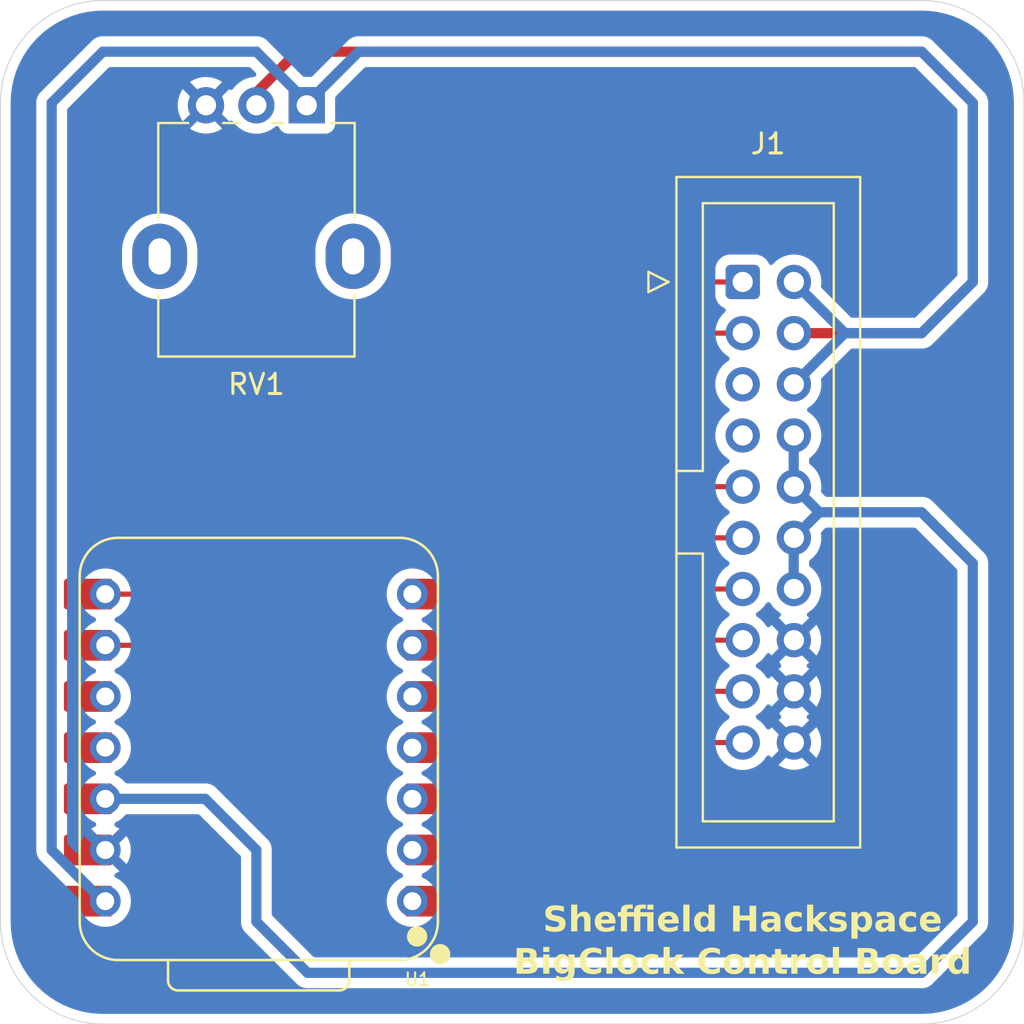
<source format=kicad_pcb>
(kicad_pcb (version 20241229) (generator "pcbnew") (generator_version "9.0")
  (layers (0 "F.Cu" signal) (2 "B.Cu" signal) (13 "F.Paste" user) (15 "B.Paste" user) (5 "F.SilkS" user "F.Silkscreen") (7 "B.SilkS" user "B.Silkscreen") (1 "F.Mask" user) (3 "B.Mask" user) (25 "Edge.Cuts" user))
  (net 0 "")
  (net 1 "/Board 0 DATA CLK")
  (net 2 "/Board 1 DATA CLK")
  (net 3 "GND")
  (net 4 "+3V3")
  (net 5 "/Board 1 LATCH")
  (net 6 "/Board 0 CLK")
  (net 7 "/Board 1 DATA IN")
  (net 8 "+5V")
  (net 9 "/Board 1 CLK")
  (net 10 "/Board 0 LATCH")
  (net 11 "/Board 0 DATA IN")
  (net 12 "/Contrast")
  (footprint "Connector_IDC:IDC-Header_2x10_P2.54mm_Vertical" (layer "F.Cu") (at 87.6395 64.77)
    (property "Reference" "J1" (at 1.2605 -6.858 0) (layer "F.SilkS"))
    (property "Value" "Conn_02x10_Odd_Even" (hide yes))
    (fp_line (start -4.68 -0.5) (end -4.68 0.5) (stroke (width 0.12)) (layer "F.SilkS"))
    (fp_line (start -4.68 0.5) (end -3.68 0) (stroke (width 0.12)) (layer "F.SilkS"))
    (fp_line (start -3.68 0) (end -4.68 -0.5) (stroke (width 0.12)) (layer "F.SilkS"))
    (fp_line (start -3.29 -5.21) (end 5.83 -5.21) (stroke (width 0.12)) (layer "F.SilkS"))
    (fp_line (start -3.29 9.38) (end -1.98 9.38) (stroke (width 0.12)) (layer "F.SilkS"))
    (fp_line (start -3.29 28.07) (end -3.29 -5.21) (stroke (width 0.12)) (layer "F.SilkS"))
    (fp_line (start -1.98 -3.91) (end 4.52 -3.91) (stroke (width 0.12)) (layer "F.SilkS"))
    (fp_line (start -1.98 9.38) (end -1.98 -3.91) (stroke (width 0.12)) (layer "F.SilkS"))
    (fp_line (start -1.98 13.48) (end -3.29 13.48) (stroke (width 0.12)) (layer "F.SilkS"))
    (fp_line (start -1.98 26.77) (end -1.98 13.48) (stroke (width 0.12)) (layer "F.SilkS"))
    (fp_line (start 4.52 -3.91) (end 4.52 26.77) (stroke (width 0.12)) (layer "F.SilkS"))
    (fp_line (start 4.52 26.77) (end -1.98 26.77) (stroke (width 0.12)) (layer "F.SilkS"))
    (fp_line (start 5.83 -5.21) (end 5.83 28.07) (stroke (width 0.12)) (layer "F.SilkS"))
    (fp_line (start 5.83 28.07) (end -3.29 28.07) (stroke (width 0.12)) (layer "F.SilkS"))
    (pad "1" thru_hole roundrect (at 0 0) (size 1.7 1.7) (drill 1) (layers "*.Cu" "*.Mask") (roundrect_rratio 0.147059) (net 6 "/Board 0 CLK"))
    (pad "2" thru_hole circle (at 2.54 0) (size 1.7 1.7) (drill 1) (layers "*.Cu" "*.Mask") (net 8 "+5V"))
    (pad "3" thru_hole circle (at 0 2.54) (size 1.7 1.7) (drill 1) (layers "*.Cu" "*.Mask") (net 9 "/Board 1 CLK"))
    (pad "4" thru_hole circle (at 2.54 2.54) (size 1.7 1.7) (drill 1) (layers "*.Cu" "*.Mask") (net 12 "/Contrast"))
    (pad "5" thru_hole circle (at 0 5.08) (size 1.7 1.7) (drill 1) (layers "*.Cu" "*.Mask"))
    (pad "6" thru_hole circle (at 2.54 5.08) (size 1.7 1.7) (drill 1) (layers "*.Cu" "*.Mask") (net 8 "+5V"))
    (pad "7" thru_hole circle (at 0 7.62) (size 1.7 1.7) (drill 1) (layers "*.Cu" "*.Mask"))
    (pad "8" thru_hole circle (at 2.54 7.62) (size 1.7 1.7) (drill 1) (layers "*.Cu" "*.Mask") (net 4 "+3V3"))
    (pad "9" thru_hole circle (at 0 10.16) (size 1.7 1.7) (drill 1) (layers "*.Cu" "*.Mask") (net 10 "/Board 0 LATCH"))
    (pad "10" thru_hole circle (at 2.54 10.16) (size 1.7 1.7) (drill 1) (layers "*.Cu" "*.Mask") (net 4 "+3V3"))
    (pad "11" thru_hole circle (at 0 12.7) (size 1.7 1.7) (drill 1) (layers "*.Cu" "*.Mask") (net 5 "/Board 1 LATCH"))
    (pad "12" thru_hole circle (at 2.54 12.7) (size 1.7 1.7) (drill 1) (layers "*.Cu" "*.Mask") (net 4 "+3V3"))
    (pad "13" thru_hole circle (at 0 15.24) (size 1.7 1.7) (drill 1) (layers "*.Cu" "*.Mask") (net 11 "/Board 0 DATA IN"))
    (pad "14" thru_hole circle (at 2.54 15.24) (size 1.7 1.7) (drill 1) (layers "*.Cu" "*.Mask") (net 4 "+3V3"))
    (pad "15" thru_hole circle (at 0 17.78) (size 1.7 1.7) (drill 1) (layers "*.Cu" "*.Mask") (net 7 "/Board 1 DATA IN"))
    (pad "16" thru_hole circle (at 2.54 17.78) (size 1.7 1.7) (drill 1) (layers "*.Cu" "*.Mask") (net 3 "GND"))
    (pad "17" thru_hole circle (at 0 20.32) (size 1.7 1.7) (drill 1) (layers "*.Cu" "*.Mask") (net 1 "/Board 0 DATA CLK"))
    (pad "18" thru_hole circle (at 2.54 20.32) (size 1.7 1.7) (drill 1) (layers "*.Cu" "*.Mask") (net 3 "GND"))
    (pad "19" thru_hole circle (at 0 22.86) (size 1.7 1.7) (drill 1) (layers "*.Cu" "*.Mask") (net 2 "/Board 1 DATA CLK"))
    (pad "20" thru_hole circle (at 2.54 22.86) (size 1.7 1.7) (drill 1) (layers "*.Cu" "*.Mask") (net 3 "GND"))
  )
  (footprint "kicad-footprints:Potentiometer_Taiwan_Alpha_9mm_Vertical" (layer "F.Cu") (at 63.5 63.5 -90)
    (property "Reference" "RV1" (at 6.35 0 0) (layer "F.SilkS"))
    (property "Value" "R_Potentiometer" (hide yes))
    (fp_line (start -6.62 4.87) (end -1.9 4.87) (stroke (width 0.12)) (layer "F.SilkS"))
    (fp_line (start -6.62 4.87) (end -6.62 3.38) (stroke (width 0.12)) (layer "F.SilkS"))
    (fp_line (start 1.91 4.87) (end 4.97 4.87) (stroke (width 0.12)) (layer "F.SilkS"))
    (fp_line (start 4.97 4.87) (end 4.97 -4.87) (stroke (width 0.12)) (layer "F.SilkS"))
    (fp_line (start -6.62 1.66) (end -6.62 0.83) (stroke (width 0.12)) (layer "F.SilkS"))
    (fp_line (start -6.62 -0.79) (end -6.62 -1.32) (stroke (width 0.12)) (layer "F.SilkS"))
    (fp_line (start -6.62 -3.69) (end -6.62 -4.87) (stroke (width 0.12)) (layer "F.SilkS"))
    (fp_line (start 1.91 -4.87) (end 4.97 -4.87) (stroke (width 0.12)) (layer "F.SilkS"))
    (fp_line (start -6.62 -4.88) (end -1.9 -4.88) (stroke (width 0.12)) (layer "F.SilkS"))
    (pad "" thru_hole oval (at 0 -4.8) (size 2.72 3.24) (drill oval 1.1 1.8) (layers "*.Cu" "*.Mask"))
    (pad "" thru_hole oval (at 0 4.8) (size 2.72 3.24) (drill oval 1.1 1.8) (layers "*.Cu" "*.Mask"))
    (pad "1" thru_hole rect (at -7.5 -2.5) (size 1.8 1.8) (drill 1) (layers "*.Cu" "*.Mask") (net 8 "+5V"))
    (pad "2" thru_hole circle (at -7.5 0) (size 1.8 1.8) (drill 1) (layers "*.Cu" "*.Mask") (net 12 "/Contrast"))
    (pad "3" thru_hole circle (at -7.5 2.5) (size 1.8 1.8) (drill 1) (layers "*.Cu" "*.Mask") (net 3 "GND"))
  )
  (footprint "kicad-footprints:XIAO Seeed ESP32C3 DIP" (layer "F.Cu") (at 63.5 87.884 180)
    (property "Reference" "U1" (at -8 -11.5 0) (layer "F.SilkS") (effects (font (size 0.635 0.635) (thickness 0.1016))))
    (property "Value" "XIAO ESP32C3" (hide yes))
    (fp_line (start 8.77 8.509) (end 8.77 -8.636) (stroke (width 0.127)) (layer "F.SilkS"))
    (fp_line (start 6.865 -10.541) (end -7.105 -10.541) (stroke (width 0.1)) (layer "F.SilkS"))
    (fp_line (start 6.865 -10.541) (end -7.105 -10.541) (stroke (width 0.127)) (layer "F.SilkS"))
    (fp_line (start 4.384 -11.551) (end 4.384 -10.541) (stroke (width 0.127)) (layer "F.SilkS"))
    (fp_line (start -4.111272 -12.051) (end 3.884 -12.051) (stroke (width 0.127)) (layer "F.SilkS"))
    (fp_line (start -4.615 -10.541) (end -4.611272 -11.551272) (stroke (width 0.127)) (layer "F.SilkS"))
    (fp_line (start -7.105 10.414) (end 6.865 10.414) (stroke (width 0.127)) (layer "F.SilkS"))
    (fp_line (start -9.01 8.509) (end -9.01 -8.636) (stroke (width 0.127)) (layer "F.SilkS"))
    (fp_arc (start 8.77 8.509) (mid 8.212038 9.856038) (end 6.865 10.414) (stroke (width 0.127)) (layer "F.SilkS"))
    (fp_arc (start 6.865 -10.541) (mid 8.212038 -9.983038) (end 8.77 -8.636) (stroke (width 0.127)) (layer "F.SilkS"))
    (fp_arc (start 3.884 -12.051) (mid 4.237553 -11.904553) (end 4.384 -11.551) (stroke (width 0.127)) (layer "F.SilkS"))
    (fp_arc (start -4.611272 -11.551272) (mid -4.464728 -11.90464) (end -4.111272 -12.051) (stroke (width 0.127)) (layer "F.SilkS"))
    (fp_arc (start -7.105 10.414) (mid -8.452038 9.856038) (end -9.01 8.509) (stroke (width 0.127)) (layer "F.SilkS"))
    (fp_arc (start -9.01 -8.636) (mid -8.452038 -9.983038) (end -7.105 -10.541) (stroke (width 0.127)) (layer "F.SilkS"))
    (fp_circle (center -7.977 -9.37) (end -7.977 -9.624) (stroke (width 0.5)) (fill yes) (layer "F.SilkS"))
    (fp_circle (center -9.12 -10.25) (end -9.12 -10.504) (stroke (width 0.5)) (fill yes) (layer "F.SilkS"))
    (pad "1" smd roundrect (at -8.575 -7.62) (size 2.432 1.524) (layers "F.Cu" "F.Mask") (roundrect_rratio 0.1))
    (pad "1" thru_hole circle (at -7.74 -7.62) (size 1.524 1.524) (drill 0.889) (layers "*.Cu" "*.Mask"))
    (pad "2" smd roundrect (at -8.575 -5.08) (size 2.432 1.524) (layers "F.Cu" "F.Mask") (roundrect_rratio 0.1) (net 2 "/Board 1 DATA CLK"))
    (pad "2" thru_hole circle (at -7.74 -5.08) (size 1.524 1.524) (drill 0.889) (layers "*.Cu" "*.Mask") (net 2 "/Board 1 DATA CLK"))
    (pad "3" smd roundrect (at -8.575 -2.54) (size 2.432 1.524) (layers "F.Cu" "F.Mask") (roundrect_rratio 0.1) (net 1 "/Board 0 DATA CLK"))
    (pad "3" thru_hole circle (at -7.74 -2.54) (size 1.524 1.524) (drill 0.889) (layers "*.Cu" "*.Mask") (net 1 "/Board 0 DATA CLK"))
    (pad "4" smd roundrect (at -8.575 0) (size 2.432 1.524) (layers "F.Cu" "F.Mask") (roundrect_rratio 0.1) (net 7 "/Board 1 DATA IN"))
    (pad "4" thru_hole circle (at -7.74 0) (size 1.524 1.524) (drill 0.889) (layers "*.Cu" "*.Mask") (net 7 "/Board 1 DATA IN"))
    (pad "5" smd roundrect (at -8.575 2.54) (size 2.432 1.524) (layers "F.Cu" "F.Mask") (roundrect_rratio 0.1) (net 11 "/Board 0 DATA IN"))
    (pad "5" thru_hole circle (at -7.74 2.54) (size 1.524 1.524) (drill 0.889) (layers "*.Cu" "*.Mask") (net 11 "/Board 0 DATA IN"))
    (pad "6" smd roundrect (at -8.575 5.08) (size 2.432 1.524) (layers "F.Cu" "F.Mask") (roundrect_rratio 0.1) (net 5 "/Board 1 LATCH"))
    (pad "6" thru_hole circle (at -7.74 5.08) (size 1.524 1.524) (drill 0.889) (layers "*.Cu" "*.Mask") (net 5 "/Board 1 LATCH"))
    (pad "7" smd roundrect (at -8.575 7.62) (size 2.432 1.524) (layers "F.Cu" "F.Mask") (roundrect_rratio 0.1) (net 10 "/Board 0 LATCH"))
    (pad "7" thru_hole circle (at -7.74 7.62) (size 1.524 1.524) (drill 0.889) (layers "*.Cu" "*.Mask") (net 10 "/Board 0 LATCH"))
    (pad "8" thru_hole circle (at 7.5 7.62 180) (size 1.524 1.524) (drill 0.889) (layers "*.Cu" "*.Mask") (net 6 "/Board 0 CLK"))
    (pad "8" smd roundrect (at 8.335 7.62 180) (size 2.432 1.524) (layers "F.Cu" "F.Mask") (roundrect_rratio 0.1) (net 6 "/Board 0 CLK"))
    (pad "9" thru_hole circle (at 7.5 5.08 180) (size 1.524 1.524) (drill 0.889) (layers "*.Cu" "*.Mask") (net 9 "/Board 1 CLK"))
    (pad "9" smd roundrect (at 8.335 5.08 180) (size 2.432 1.524) (layers "F.Cu" "F.Mask") (roundrect_rratio 0.1) (net 9 "/Board 1 CLK"))
    (pad "10" thru_hole circle (at 7.5 2.54 180) (size 1.524 1.524) (drill 0.889) (layers "*.Cu" "*.Mask"))
    (pad "10" smd roundrect (at 8.335 2.54 180) (size 2.432 1.524) (layers "F.Cu" "F.Mask") (roundrect_rratio 0.1))
    (pad "11" thru_hole circle (at 7.5 0 180) (size 1.524 1.524) (drill 0.889) (layers "*.Cu" "*.Mask"))
    (pad "11" smd roundrect (at 8.335 0 180) (size 2.432 1.524) (layers "F.Cu" "F.Mask") (roundrect_rratio 0.1))
    (pad "12" thru_hole circle (at 7.5 -2.54 180) (size 1.524 1.524) (drill 0.889) (layers "*.Cu" "*.Mask") (net 4 "+3V3"))
    (pad "12" smd roundrect (at 8.335 -2.54 180) (size 2.432 1.524) (layers "F.Cu" "F.Mask") (roundrect_rratio 0.1) (net 4 "+3V3"))
    (pad "13" thru_hole circle (at 7.5 -5.08 180) (size 1.524 1.524) (drill 0.889) (layers "*.Cu" "*.Mask") (net 3 "GND"))
    (pad "13" smd roundrect (at 8.335 -5.08 180) (size 2.432 1.524) (layers "F.Cu" "F.Mask") (roundrect_rratio 0.1) (net 3 "GND"))
    (pad "14" thru_hole circle (at 7.5 -7.62 180) (size 1.524 1.524) (drill 0.889) (layers "*.Cu" "*.Mask") (net 8 "+5V"))
    (pad "14" smd roundrect (at 8.335 -7.62 180) (size 2.432 1.524) (layers "F.Cu" "F.Mask") (roundrect_rratio 0.1) (net 8 "+5V"))
  )
  (gr_arc (start 101.600002 96.520002) (mid 100.112104 100.112104) (end 96.520002 101.600002) (stroke (width 0.05)) (layer "Edge.Cuts"))
  (gr_line (start 50.8 55.880002) (end 50.8 96.52) (stroke (width 0.05)) (layer "Edge.Cuts"))
  (gr_line (start 55.88 50.8) (end 96.52 50.8) (stroke (width 0.05)) (layer "Edge.Cuts"))
  (gr_arc (start 96.52 50.8) (mid 100.112102 52.287898) (end 101.6 55.88) (stroke (width 0.05)) (layer "Edge.Cuts"))
  (gr_arc (start 55.88 101.6) (mid 52.287898 100.112102) (end 50.8 96.52) (stroke (width 0.05)) (layer "Edge.Cuts"))
  (gr_line (start 101.6 96.52) (end 101.6 55.88) (stroke (width 0.05)) (layer "Edge.Cuts"))
  (gr_arc (start 50.8 55.88) (mid 52.287898 52.287898) (end 55.88 50.8) (stroke (width 0.05)) (layer "Edge.Cuts"))
  (gr_line (start 55.88 101.6) (end 96.52 101.6) (stroke (width 0.05)) (layer "Edge.Cuts"))
  (gr_text "Sheffield Hackspace\nBigClock Control Board" (at 87.63 97.536 0) (layer "F.SilkS") (effects (font (size 1.25 1.25) (thickness 0.3) (bold yes))))
  (segment (start 76.2 90.424) (end 81.534 85.09) (width 0.254) (layer "F.Cu") (net 1))
  (segment (start 71.24 90.424) (end 76.2 90.424) (width 0.254) (layer "F.Cu") (net 1))
  (segment (start 81.534 85.09) (end 87.63 85.09) (width 0.254) (layer "F.Cu") (net 1))
  (segment (start 76.2 92.964) (end 81.534 87.63) (width 0.254) (layer "F.Cu") (net 2))
  (segment (start 71.24 92.964) (end 76.2 92.964) (width 0.254) (layer "F.Cu") (net 2))
  (segment (start 81.534 87.63) (end 87.63 87.63) (width 0.254) (layer "F.Cu") (net 2))
  (segment (start 66.04 99.06) (end 96.52 99.06) (width 0.508) (layer "B.Cu") (net 4))
  (segment (start 96.52 76.2) (end 91.44 76.2) (width 0.508) (layer "B.Cu") (net 4))
  (segment (start 63.5 96.52) (end 66.04 99.06) (width 0.508) (layer "B.Cu") (net 4))
  (segment (start 96.52 99.06) (end 99.06 96.52) (width 0.508) (layer "B.Cu") (net 4))
  (segment (start 60.96 90.424) (end 63.5 92.964) (width 0.508) (layer "B.Cu") (net 4))
  (segment (start 56 90.424) (end 60.96 90.424) (width 0.508) (layer "B.Cu") (net 4))
  (segment (start 91.44 76.2) (end 90.17 77.47) (width 0.508) (layer "B.Cu") (net 4))
  (segment (start 90.17 77.47) (end 90.17 80.01) (width 0.508) (layer "B.Cu") (net 4))
  (segment (start 99.06 78.74) (end 96.52 76.2) (width 0.508) (layer "B.Cu") (net 4))
  (segment (start 90.17 74.93) (end 90.17 72.39) (width 0.508) (layer "B.Cu") (net 4))
  (segment (start 99.06 96.52) (end 99.06 78.74) (width 0.508) (layer "B.Cu") (net 4))
  (segment (start 91.44 76.2) (end 90.17 74.93) (width 0.508) (layer "B.Cu") (net 4))
  (segment (start 63.5 92.964) (end 63.5 96.52) (width 0.508) (layer "B.Cu") (net 4))
  (segment (start 71.24 82.804) (end 76.2 82.804) (width 0.254) (layer "F.Cu") (net 5))
  (segment (start 76.2 82.804) (end 81.534 77.47) (width 0.254) (layer "F.Cu") (net 5))
  (segment (start 81.534 77.47) (end 87.63 77.47) (width 0.254) (layer "F.Cu") (net 5))
  (segment (start 87.76175 64.77) (end 78.74 64.77) (width 0.254) (layer "F.Cu") (net 6))
  (segment (start 63.246 80.264) (end 55.88 80.264) (width 0.254) (layer "F.Cu") (net 6))
  (segment (start 78.74 64.77) (end 63.246 80.264) (width 0.254) (layer "F.Cu") (net 6))
  (segment (start 71.24 87.884) (end 76.2 87.884) (width 0.254) (layer "F.Cu") (net 7))
  (segment (start 76.2 87.884) (end 81.534 82.55) (width 0.254) (layer "F.Cu") (net 7))
  (segment (start 81.534 82.55) (end 87.63 82.55) (width 0.254) (layer "F.Cu") (net 7))
  (segment (start 66.04 55.88) (end 68.58 53.34) (width 0.508) (layer "B.Cu") (net 8))
  (segment (start 63.5 53.34) (end 66.04 55.88) (width 0.508) (layer "B.Cu") (net 8))
  (segment (start 92.71 67.31) (end 90.17 64.77) (width 0.508) (layer "B.Cu") (net 8))
  (segment (start 53.34 92.964) (end 53.34 55.88) (width 0.508) (layer "B.Cu") (net 8))
  (segment (start 55.88 95.504) (end 53.34 92.964) (width 0.508) (layer "B.Cu") (net 8))
  (segment (start 99.06 55.88) (end 99.06 64.77) (width 0.508) (layer "B.Cu") (net 8))
  (segment (start 96.52 53.34) (end 99.06 55.88) (width 0.508) (layer "B.Cu") (net 8))
  (segment (start 92.71 67.31) (end 90.17 69.85) (width 0.508) (layer "B.Cu") (net 8))
  (segment (start 53.34 55.88) (end 55.88 53.34) (width 0.508) (layer "B.Cu") (net 8))
  (segment (start 96.52 67.31) (end 92.71 67.31) (width 0.508) (layer "B.Cu") (net 8))
  (segment (start 99.06 64.77) (end 96.52 67.31) (width 0.508) (layer "B.Cu") (net 8))
  (segment (start 68.58 53.34) (end 96.52 53.34) (width 0.508) (layer "B.Cu") (net 8))
  (segment (start 56 95.504) (end 55.88 95.504) (width 0.508) (layer "B.Cu") (net 8))
  (segment (start 55.88 53.34) (end 63.5 53.34) (width 0.508) (layer "B.Cu") (net 8))
  (segment (start 78.74 67.31) (end 63.246 82.804) (width 0.254) (layer "F.Cu") (net 9))
  (segment (start 87.6395 67.31) (end 78.74 67.31) (width 0.254) (layer "F.Cu") (net 9))
  (segment (start 63.246 82.804) (end 56.134 82.804) (width 0.254) (layer "F.Cu") (net 9))
  (segment (start 81.534 74.93) (end 87.63 74.93) (width 0.254) (layer "F.Cu") (net 10))
  (segment (start 71.24 80.264) (end 76.2 80.264) (width 0.254) (layer "F.Cu") (net 10))
  (segment (start 76.2 80.264) (end 81.534 74.93) (width 0.254) (layer "F.Cu") (net 10))
  (segment (start 81.534 80.01) (end 87.63 80.01) (width 0.254) (layer "F.Cu") (net 11))
  (segment (start 71.24 85.344) (end 76.2 85.344) (width 0.254) (layer "F.Cu") (net 11))
  (segment (start 76.2 85.344) (end 81.534 80.01) (width 0.254) (layer "F.Cu") (net 11))
  (segment (start 63.5 56) (end 63.5 55.372) (width 0.508) (layer "F.Cu") (net 12))
  (segment (start 99.06 64.77) (end 96.52 67.31) (width 0.508) (layer "F.Cu") (net 12))
  (segment (start 63.5 55.372) (end 65.532 53.34) (width 0.508) (layer "F.Cu") (net 12))
  (segment (start 96.52 53.34) (end 99.06 55.88) (width 0.508) (layer "F.Cu") (net 12))
  (segment (start 96.52 67.31) (end 90.17 67.31) (width 0.508) (layer "F.Cu") (net 12))
  (segment (start 99.06 55.88) (end 99.06 64.77) (width 0.508) (layer "F.Cu") (net 12))
  (segment (start 65.532 53.34) (end 96.52 53.34) (width 0.508) (layer "F.Cu") (net 12))
  (zone (net 3) (net_name "GND") (layer "B.Cu") (connect_pads (clearance 0.5)) (min_thickness 0.25) (fill yes (thermal_gap 0.5) (thermal_bridge_width 0.5))
    (polygon (pts (xy 101.6 50.8) (xy 50.8 50.8) (xy 50.8 101.6) (xy 101.6 101.6)))
  )
)
</source>
